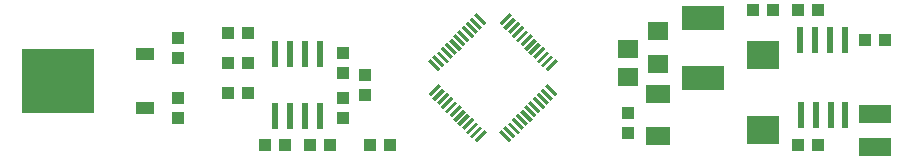
<source format=gbr>
G04 EAGLE Gerber RS-274X export*
G75*
%MOMM*%
%FSLAX34Y34*%
%LPD*%
%INSolderpaste Bottom*%
%IPPOS*%
%AMOC8*
5,1,8,0,0,1.08239X$1,22.5*%
G01*
%ADD10R,1.800000X1.600000*%
%ADD11R,1.000000X1.100000*%
%ADD12R,1.100000X1.000000*%
%ADD13R,2.700000X1.600000*%
%ADD14R,2.800000X2.400000*%
%ADD15R,1.800000X1.550000*%
%ADD16R,2.100000X1.500000*%
%ADD17R,0.600000X2.200000*%
%ADD18R,1.200000X0.300000*%
%ADD19R,3.556000X2.032000*%
%ADD20R,6.200000X5.400000*%
%ADD21R,1.600000X1.000000*%
%ADD22R,0.500000X2.200000*%


D10*
X647700Y87600D03*
X647700Y115600D03*
D11*
X381000Y59300D03*
X381000Y42300D03*
X400050Y78350D03*
X400050Y61350D03*
D12*
X300600Y88900D03*
X283600Y88900D03*
X300600Y114300D03*
X283600Y114300D03*
D13*
X831850Y45750D03*
X831850Y17750D03*
D12*
X840350Y107950D03*
X823350Y107950D03*
D14*
X736600Y95000D03*
X736600Y32000D03*
D15*
X622300Y100650D03*
X622300Y77150D03*
D11*
X622300Y46600D03*
X622300Y29600D03*
X381000Y80400D03*
X381000Y97400D03*
D16*
X647700Y26450D03*
X647700Y62450D03*
D17*
X349250Y43850D03*
X349250Y95850D03*
X361950Y43850D03*
X336550Y43850D03*
X323850Y43850D03*
X361950Y95850D03*
X336550Y95850D03*
X323850Y95850D03*
D18*
G36*
X461684Y81504D02*
X453200Y89988D01*
X455322Y92110D01*
X463806Y83626D01*
X461684Y81504D01*
G37*
G36*
X465219Y85039D02*
X456735Y93523D01*
X458857Y95645D01*
X467341Y87161D01*
X465219Y85039D01*
G37*
G36*
X468755Y88575D02*
X460271Y97059D01*
X462393Y99181D01*
X470877Y90697D01*
X468755Y88575D01*
G37*
G36*
X472290Y92110D02*
X463806Y100594D01*
X465928Y102716D01*
X474412Y94232D01*
X472290Y92110D01*
G37*
G36*
X475826Y95646D02*
X467342Y104130D01*
X469464Y106252D01*
X477948Y97768D01*
X475826Y95646D01*
G37*
G36*
X479361Y99181D02*
X470877Y107665D01*
X472999Y109787D01*
X481483Y101303D01*
X479361Y99181D01*
G37*
G36*
X482897Y102717D02*
X474413Y111201D01*
X476535Y113323D01*
X485019Y104839D01*
X482897Y102717D01*
G37*
G36*
X486432Y106252D02*
X477948Y114736D01*
X480070Y116858D01*
X488554Y108374D01*
X486432Y106252D01*
G37*
G36*
X489968Y109788D02*
X481484Y118272D01*
X483606Y120394D01*
X492090Y111910D01*
X489968Y109788D01*
G37*
G36*
X493503Y113323D02*
X485019Y121807D01*
X487141Y123929D01*
X495625Y115445D01*
X493503Y113323D01*
G37*
G36*
X497039Y116859D02*
X488555Y125343D01*
X490677Y127465D01*
X499161Y118981D01*
X497039Y116859D01*
G37*
G36*
X500574Y120394D02*
X492090Y128878D01*
X494212Y131000D01*
X502696Y122516D01*
X500574Y120394D01*
G37*
G36*
X513304Y122516D02*
X521788Y131000D01*
X523910Y128878D01*
X515426Y120394D01*
X513304Y122516D01*
G37*
G36*
X516839Y118981D02*
X525323Y127465D01*
X527445Y125343D01*
X518961Y116859D01*
X516839Y118981D01*
G37*
G36*
X520375Y115445D02*
X528859Y123929D01*
X530981Y121807D01*
X522497Y113323D01*
X520375Y115445D01*
G37*
G36*
X523910Y111910D02*
X532394Y120394D01*
X534516Y118272D01*
X526032Y109788D01*
X523910Y111910D01*
G37*
G36*
X527446Y108374D02*
X535930Y116858D01*
X538052Y114736D01*
X529568Y106252D01*
X527446Y108374D01*
G37*
G36*
X530981Y104839D02*
X539465Y113323D01*
X541587Y111201D01*
X533103Y102717D01*
X530981Y104839D01*
G37*
G36*
X534517Y101303D02*
X543001Y109787D01*
X545123Y107665D01*
X536639Y99181D01*
X534517Y101303D01*
G37*
G36*
X538052Y97768D02*
X546536Y106252D01*
X548658Y104130D01*
X540174Y95646D01*
X538052Y97768D01*
G37*
G36*
X541588Y94232D02*
X550072Y102716D01*
X552194Y100594D01*
X543710Y92110D01*
X541588Y94232D01*
G37*
G36*
X545123Y90697D02*
X553607Y99181D01*
X555729Y97059D01*
X547245Y88575D01*
X545123Y90697D01*
G37*
G36*
X548659Y87161D02*
X557143Y95645D01*
X559265Y93523D01*
X550781Y85039D01*
X548659Y87161D01*
G37*
G36*
X552195Y83626D02*
X560679Y92110D01*
X562801Y89988D01*
X554317Y81504D01*
X552195Y83626D01*
G37*
G36*
X554317Y70896D02*
X562801Y62412D01*
X560679Y60290D01*
X552195Y68774D01*
X554317Y70896D01*
G37*
G36*
X550781Y67361D02*
X559265Y58877D01*
X557143Y56755D01*
X548659Y65239D01*
X550781Y67361D01*
G37*
G36*
X547245Y63825D02*
X555729Y55341D01*
X553607Y53219D01*
X545123Y61703D01*
X547245Y63825D01*
G37*
G36*
X543710Y60290D02*
X552194Y51806D01*
X550072Y49684D01*
X541588Y58168D01*
X543710Y60290D01*
G37*
G36*
X540174Y56754D02*
X548658Y48270D01*
X546536Y46148D01*
X538052Y54632D01*
X540174Y56754D01*
G37*
G36*
X536639Y53219D02*
X545123Y44735D01*
X543001Y42613D01*
X534517Y51097D01*
X536639Y53219D01*
G37*
G36*
X533103Y49683D02*
X541587Y41199D01*
X539465Y39077D01*
X530981Y47561D01*
X533103Y49683D01*
G37*
G36*
X529568Y46148D02*
X538052Y37664D01*
X535930Y35542D01*
X527446Y44026D01*
X529568Y46148D01*
G37*
G36*
X526032Y42612D02*
X534516Y34128D01*
X532394Y32006D01*
X523910Y40490D01*
X526032Y42612D01*
G37*
G36*
X522497Y39077D02*
X530981Y30593D01*
X528859Y28471D01*
X520375Y36955D01*
X522497Y39077D01*
G37*
G36*
X518961Y35541D02*
X527445Y27057D01*
X525323Y24935D01*
X516839Y33419D01*
X518961Y35541D01*
G37*
G36*
X515426Y32006D02*
X523910Y23522D01*
X521788Y21400D01*
X513304Y29884D01*
X515426Y32006D01*
G37*
G36*
X502696Y29884D02*
X494212Y21400D01*
X492090Y23522D01*
X500574Y32006D01*
X502696Y29884D01*
G37*
G36*
X499161Y33419D02*
X490677Y24935D01*
X488555Y27057D01*
X497039Y35541D01*
X499161Y33419D01*
G37*
G36*
X495625Y36955D02*
X487141Y28471D01*
X485019Y30593D01*
X493503Y39077D01*
X495625Y36955D01*
G37*
G36*
X492090Y40490D02*
X483606Y32006D01*
X481484Y34128D01*
X489968Y42612D01*
X492090Y40490D01*
G37*
G36*
X488554Y44026D02*
X480070Y35542D01*
X477948Y37664D01*
X486432Y46148D01*
X488554Y44026D01*
G37*
G36*
X485019Y47561D02*
X476535Y39077D01*
X474413Y41199D01*
X482897Y49683D01*
X485019Y47561D01*
G37*
G36*
X481483Y51097D02*
X472999Y42613D01*
X470877Y44735D01*
X479361Y53219D01*
X481483Y51097D01*
G37*
G36*
X477948Y54632D02*
X469464Y46148D01*
X467342Y48270D01*
X475826Y56754D01*
X477948Y54632D01*
G37*
G36*
X474412Y58168D02*
X465928Y49684D01*
X463806Y51806D01*
X472290Y60290D01*
X474412Y58168D01*
G37*
G36*
X470877Y61703D02*
X462393Y53219D01*
X460271Y55341D01*
X468755Y63825D01*
X470877Y61703D01*
G37*
G36*
X467341Y65239D02*
X458857Y56755D01*
X456735Y58877D01*
X465219Y67361D01*
X467341Y65239D01*
G37*
G36*
X463806Y68774D02*
X455322Y60290D01*
X453200Y62412D01*
X461684Y70896D01*
X463806Y68774D01*
G37*
D19*
X685800Y76200D03*
X685800Y127000D03*
D20*
X140100Y73660D03*
D21*
X213100Y96460D03*
X213100Y50860D03*
D11*
X745100Y133350D03*
X728100Y133350D03*
D12*
X241300Y110100D03*
X241300Y93100D03*
X241300Y59300D03*
X241300Y42300D03*
D11*
X404250Y19050D03*
X421250Y19050D03*
X783200Y133350D03*
X766200Y133350D03*
X766200Y19050D03*
X783200Y19050D03*
X353450Y19050D03*
X370450Y19050D03*
X315350Y19050D03*
X332350Y19050D03*
X283600Y63500D03*
X300600Y63500D03*
D22*
X806450Y44660D03*
X793850Y44660D03*
X781150Y44660D03*
X768450Y44660D03*
X806450Y107740D03*
X793750Y107740D03*
X781050Y107740D03*
X768350Y107740D03*
M02*

</source>
